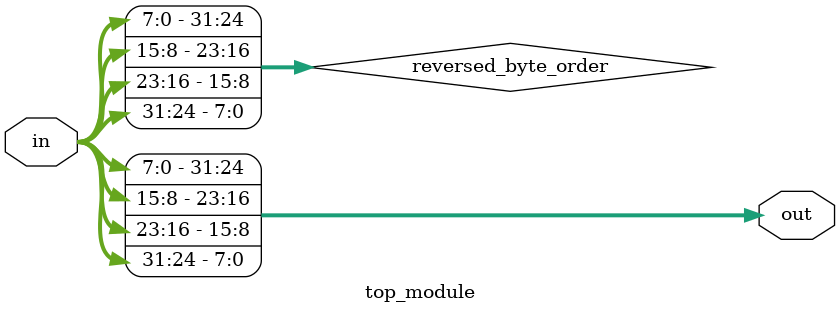
<source format=sv>
module top_module (
	input [31:0] in,
	output [31:0] out
);

	// Define a wire to store the reversed byte order
	wire [31:0] reversed_byte_order;

	// Reverse the byte order using concatenation
	assign reversed_byte_order = {in[7:0], in[15:8], in[23:16], in[31:24]};

	// Assign the reversed byte order to the output
	assign out = reversed_byte_order;

endmodule

</source>
